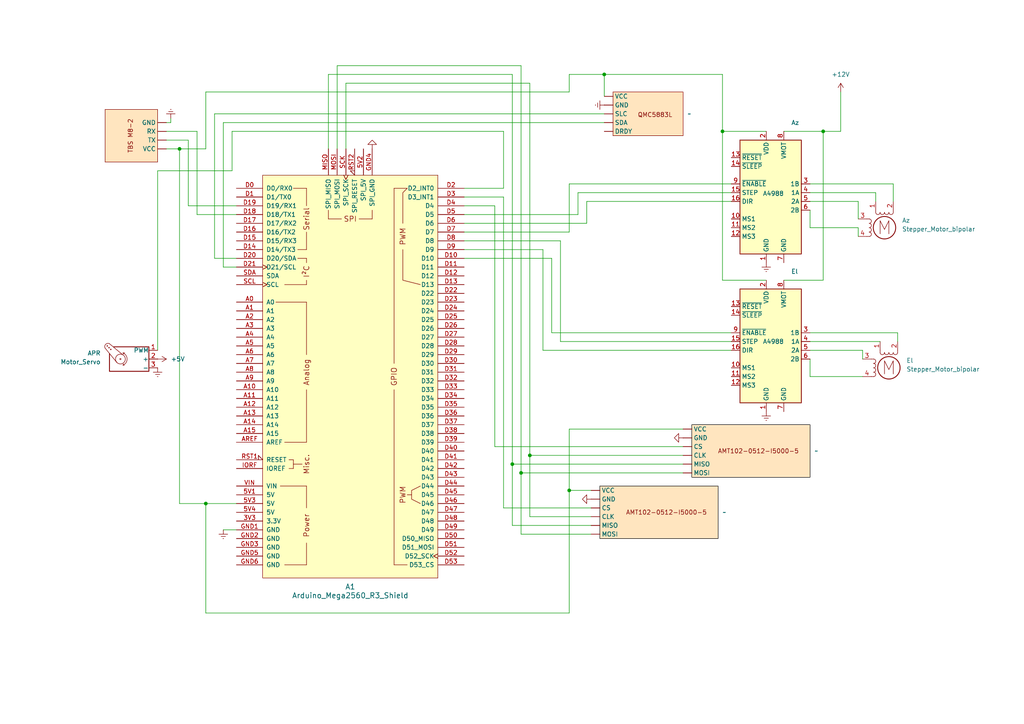
<source format=kicad_sch>
(kicad_sch (version 20250114) (generator "eeschema") (generator_version "9.0")
  (paper "A4")
  (title_block (title "AMSTS v2") (date "2025-12-29") (rev "MS"))
  (lib_symbols
    (symbol "AMT22_1"
      (symbol "AMT22_1_1_1"
        (rectangle (start -29.21 6.35) (end 5.08 -8.89) (stroke (width 0) (color 0 0 0 1)) (fill (type color) (color 255 229 191 1)))
        (text "AMT102-0512-I5000-5" (at -9.906 -1.27 0) (effects (font (size 1.27 1.27))))
        (pin power_in line (at -31.75 5.08 0) (length 2.54) (name "VCC") (number ""))
        (pin power_in line (at -31.75 2.54 0) (length 2.54) (name "GND") (number ""))
        (pin input line (at -31.75 0 0) (length 2.54) (name "CS") (number ""))
        (pin input line (at -31.75 -2.54 0) (length 2.54) (name "CLK") (number ""))
        (pin output line (at -31.75 -5.08 0) (length 2.54) (name "MISO") (number ""))
        (pin input line (at -31.75 -7.62 0) (length 2.54) (name "MOSI") (number ""))
      )
    )
    (symbol "Driver_Motor:Pololu_Breakout_A4988"
      (property "Reference" "A" (at -2.54 19.05 0))
      (property "Value" "Pololu_Breakout_A4988" (at -2.54 16.51 0))
      (symbol "Pololu_Breakout_A4988_0_1"
        (rectangle (start 10.16 -17.78) (end -7.62 15.24) (stroke (width 0.254)) (fill (type background)))
      )
      (symbol "Pololu_Breakout_A4988_1_1"
        (pin input line (at -10.16 10.16 0) (length 2.54) (name "~{RESET}") (number "13"))
        (pin input line (at -10.16 7.62 0) (length 2.54) (name "~{SLEEP}") (number "14"))
        (pin input line (at -10.16 2.54 0) (length 2.54) (name "~{ENABLE}") (number "9"))
        (pin input line (at -10.16 0 0) (length 2.54) (name "STEP") (number "15"))
        (pin input line (at -10.16 -2.54 0) (length 2.54) (name "DIR") (number "16"))
        (pin input line (at -10.16 -7.62 0) (length 2.54) (name "MS1") (number "10"))
        (pin input line (at -10.16 -10.16 0) (length 2.54) (name "MS2") (number "11"))
        (pin input line (at -10.16 -12.7 0) (length 2.54) (name "MS3") (number "12"))
        (pin power_in line (at 0 17.78 270) (length 2.54) (name "VDD") (number "2"))
        (pin power_in line (at 0 -20.32 90) (length 2.54) (name "GND") (number "1"))
        (pin power_in line (at 5.08 17.78 270) (length 2.54) (name "VMOT") (number "8"))
        (pin power_in line (at 5.08 -20.32 90) (length 2.54) (name "GND") (number "7"))
        (pin output line (at 12.7 2.54 180) (length 2.54) (name "1B") (number "3"))
        (pin output line (at 12.7 0 180) (length 2.54) (name "1A") (number "4"))
        (pin output line (at 12.7 -2.54 180) (length 2.54) (name "2A") (number "5"))
        (pin output line (at 12.7 -5.08 180) (length 2.54) (name "2B") (number "6"))
      )
    )
    (symbol "Motor:Motor_Servo" (pin_names (offset 0.0254))
      (property "Reference" "M" (at -5.08 4.445 0))
      (property "Value" "Motor_Servo" (at -5.08 -4.064 0))
      (symbol "Motor_Servo_0_1"
        (polyline (pts (xy 2.413 1.778) (xy 1.905 1.778)))
        (polyline (pts (xy 2.413 1.778) (xy 2.286 1.397)))
        (polyline (pts (xy 2.413 -1.778) (xy 2.032 -1.778)))
        (polyline (pts (xy 2.413 -1.778) (xy 2.286 -1.397)))
        (arc (start 2.413 -1.778) (mid 1.2406 0) (end 2.413 1.778))
        (circle (center 3.175 0) (radius 0.1778))
        (circle (center 3.175 0) (radius 1.4224))
        (polyline (pts (xy 5.08 3.556) (xy -5.08 3.556) (xy -5.08 -3.556) (xy 6.35 -3.556) (xy 6.35 1.524)) (stroke (width 0.254)))
        (circle (center 5.969 2.794) (radius 0.127))
        (polyline (pts (xy 6.35 4.445) (xy 2.54 1.27)))
        (circle (center 6.477 3.302) (radius 0.127))
        (arc (start 6.35 4.445) (mid 7.4487 4.2737) (end 7.62 3.175))
        (circle (center 6.985 3.81) (radius 0.127))
        (polyline (pts (xy 7.62 3.175) (xy 4.191 -1.016)))
      )
      (symbol "Motor_Servo_1_1"
        (pin passive line (at -7.62 2.54 0) (length 2.54) (name "PWM") (number "1"))
        (pin passive line (at -7.62 0 0) (length 2.54) (name "+") (number "2"))
        (pin passive line (at -7.62 -2.54 0) (length 2.54) (name "-") (number "3"))
      )
    )
    (symbol "Motor:Stepper_Motor_bipolar" (pin_names (offset 0) (hide yes))
      (property "Reference" "M" (at 3.81 2.54 0))
      (property "Value" "Stepper_Motor_bipolar" (at 3.81 1.27 0))
      (symbol "Stepper_Motor_bipolar_0_0"
        (polyline (pts (xy -1.27 -1.778) (xy -1.27 2.032) (xy 0 -0.508) (xy 1.27 2.032) (xy 1.27 -1.778)))
      )
      (symbol "Stepper_Motor_bipolar_0_1"
        (polyline (pts (xy -5.08 2.54) (xy -4.445 2.54)))
        (polyline (pts (xy -5.08 -2.54) (xy -4.445 -2.54)))
        (arc (start -4.445 2.54) (mid -3.8127 1.905) (end -4.445 1.27))
        (arc (start -4.445 1.27) (mid -3.8127 0.635) (end -4.445 0))
        (arc (start -4.445 0) (mid -3.8127 -0.635) (end -4.445 -1.27))
        (arc (start -4.445 -1.27) (mid -3.8127 -1.905) (end -4.445 -2.54))
        (polyline (pts (xy -2.54 5.08) (xy -2.54 4.445)))
        (arc (start -1.27 4.445) (mid -1.905 3.8127) (end -2.54 4.445))
        (arc (start 0 4.445) (mid -0.635 3.8127) (end -1.27 4.445))
        (circle (center 0 0) (radius 3.2512) (stroke (width 0.254)))
        (arc (start 1.27 4.445) (mid 0.635 3.8127) (end 0 4.445))
        (arc (start 2.54 4.445) (mid 1.905 3.8127) (end 1.27 4.445))
        (polyline (pts (xy 2.54 5.08) (xy 2.54 4.445)))
      )
      (symbol "Stepper_Motor_bipolar_1_1"
        (pin passive line (at -7.62 2.54 0) (length 2.54) (name "~") (number "3"))
        (pin passive line (at -7.62 -2.54 0) (length 2.54) (name "~") (number "4"))
        (pin passive line (at -2.54 7.62 270) (length 2.54) (name "~") (number "1"))
        (pin passive line (at 2.54 7.62 270) (length 2.54) (name "-") (number "2"))
      )
    )
    (symbol "PCM_arduino-library:Arduino_Mega2560_R3_Shield" (pin_names (offset 1.016))
      (property "Reference" "A" (at 0 -62.23 0))
      (property "Value" "Arduino_Mega2560_R3_Shield" (at 0 -66.04 0))
      (symbol "Arduino_Mega2560_R3_Shield_0_0"
        (rectangle (start -25.4 -58.42) (end 25.4 58.42) (fill (type background)))
        (polyline (pts (xy -21.59 21.59) (xy -12.7 21.59)))
        (rectangle (start -20.32 -31.75) (end -12.7 -31.75))
        (rectangle (start -19.05 26.67) (end -12.7 26.67))
        (rectangle (start -19.05 -19.05) (end -12.7 -19.05))
        (rectangle (start -19.05 -54.61) (end -12.7 -54.61))
        (rectangle (start -17.78 -24.13) (end -16.51 -24.13))
        (rectangle (start -17.78 -26.67) (end -16.51 -26.67))
        (rectangle (start -16.51 54.61) (end -12.7 54.61))
        (rectangle (start -16.51 -24.13) (end -16.51 -26.67))
        (rectangle (start -16.51 -25.4) (end -13.97 -25.4))
        (rectangle (start -15.24 36.83) (end -12.7 36.83))
        (rectangle (start -15.24 34.29) (end -12.7 34.29))
        (rectangle (start -12.7 49.53) (end -12.7 54.61))
        (rectangle (start -12.7 41.91) (end -12.7 36.83))
        (rectangle (start -12.7 34.29) (end -12.7 33.02))
        (rectangle (start -12.7 26.67) (end -12.7 27.94))
        (polyline (pts (xy -12.7 6.35) (xy -12.7 21.59)))
        (polyline (pts (xy -12.7 -19.05) (xy -12.7 -3.81)))
        (rectangle (start -12.7 -31.75) (end -12.7 -38.1))
        (rectangle (start -12.7 -54.61) (end -12.7 -48.26))
        (rectangle (start -6.35 48.26) (end -6.35 45.72))
        (rectangle (start -2.54 45.72) (end -6.35 45.72))
        (rectangle (start 6.35 48.26) (end 6.35 45.72))
        (rectangle (start 6.35 45.72) (end 2.54 45.72))
        (polyline (pts (xy 12.7 54.61) (xy 16.51 54.61)))
        (polyline (pts (xy 12.7 -54.61) (xy 16.51 -54.61)))
        (polyline (pts (xy 15.24 44.45) (xy 15.24 53.34) (xy 16.51 54.61)))
        (polyline (pts (xy 15.24 36.83) (xy 15.24 27.94) (xy 20.32 26.67)))
        (polyline (pts (xy 17.78 -34.29) (xy 16.51 -34.29)))
        (polyline (pts (xy 20.32 -31.75) (xy 17.78 -33.02) (xy 17.78 -35.56) (xy 20.32 -36.83)))
        (text "Serial" (at -12.7 45.72 900) (effects (font (size 1.524 1.524))))
        (text "I²C" (at -12.7 30.48 900) (effects (font (size 1.524 1.524))))
        (text "Analog" (at -12.7 1.27 900) (effects (font (size 1.524 1.524))))
        (text "Misc." (at -12.7 -25.4 900) (effects (font (size 1.524 1.524))))
        (text "Power" (at -12.7 -43.18 900) (effects (font (size 1.524 1.524))))
        (text "SPI" (at 0 45.72 0) (effects (font (size 1.524 1.524))))
        (text "PWM" (at 15.24 40.64 900) (effects (font (size 1.524 1.524))))
        (text "PWM" (at 15.24 -34.29 900) (effects (font (size 1.524 1.524))))
      )
      (symbol "Arduino_Mega2560_R3_Shield_1_0"
        (rectangle (start 12.7 54.61) (end 12.7 3.81))
        (rectangle (start 12.7 -54.61) (end 12.7 -3.81))
        (text "GPIO" (at 12.7 0 900) (effects (font (size 1.524 1.524))))
      )
      (symbol "Arduino_Mega2560_R3_Shield_1_1"
        (pin bidirectional line (at -33.02 54.61 0) (length 7.62) (name "D0/RX0") (number "D0"))
        (pin bidirectional line (at -33.02 52.07 0) (length 7.62) (name "D1/TX0") (number "D1"))
        (pin bidirectional line (at -33.02 49.53 0) (length 7.62) (name "D19/RX1") (number "D19"))
        (pin bidirectional line (at -33.02 46.99 0) (length 7.62) (name "D18/TX1") (number "D18"))
        (pin bidirectional line (at -33.02 44.45 0) (length 7.62) (name "D17/RX2") (number "D17"))
        (pin bidirectional line (at -33.02 41.91 0) (length 7.62) (name "D16/TX2") (number "D16"))
        (pin bidirectional line (at -33.02 39.37 0) (length 7.62) (name "D15/RX3") (number "D15"))
        (pin bidirectional line (at -33.02 36.83 0) (length 7.62) (name "D14/TX3") (number "D14"))
        (pin bidirectional line (at -33.02 34.29 0) (length 7.62) (name "D20/SDA") (number "D20"))
        (pin bidirectional clock (at -33.02 31.75 0) (length 7.62) (name "D21/SCL") (number "D21"))
        (pin bidirectional line (at -33.02 29.21 0) (length 7.62) (name "SDA") (number "SDA"))
        (pin bidirectional clock (at -33.02 26.67 0) (length 7.62) (name "SCL") (number "SCL"))
        (pin bidirectional line (at -33.02 21.59 0) (length 7.62) (name "A0") (number "A0"))
        (pin bidirectional line (at -33.02 19.05 0) (length 7.62) (name "A1") (number "A1"))
        (pin bidirectional line (at -33.02 16.51 0) (length 7.62) (name "A2") (number "A2"))
        (pin bidirectional line (at -33.02 13.97 0) (length 7.62) (name "A3") (number "A3"))
        (pin bidirectional line (at -33.02 11.43 0) (length 7.62) (name "A4") (number "A4"))
        (pin bidirectional line (at -33.02 8.89 0) (length 7.62) (name "A5") (number "A5"))
        (pin bidirectional line (at -33.02 6.35 0) (length 7.62) (name "A6") (number "A6"))
        (pin bidirectional line (at -33.02 3.81 0) (length 7.62) (name "A7") (number "A7"))
        (pin bidirectional line (at -33.02 1.27 0) (length 7.62) (name "A8") (number "A8"))
        (pin bidirectional line (at -33.02 -1.27 0) (length 7.62) (name "A9") (number "A9"))
        (pin bidirectional line (at -33.02 -3.81 0) (length 7.62) (name "A10") (number "A10"))
        (pin bidirectional line (at -33.02 -6.35 0) (length 7.62) (name "A11") (number "A11"))
        (pin bidirectional line (at -33.02 -8.89 0) (length 7.62) (name "A12") (number "A12"))
        (pin bidirectional line (at -33.02 -11.43 0) (length 7.62) (name "A13") (number "A13"))
        (pin bidirectional line (at -33.02 -13.97 0) (length 7.62) (name "A14") (number "A14"))
        (pin bidirectional line (at -33.02 -16.51 0) (length 7.62) (name "A15") (number "A15"))
        (pin input line (at -33.02 -19.05 0) (length 7.62) (name "AREF") (number "AREF"))
        (pin open_collector input_low (at -33.02 -24.13 0) (length 7.62) (name "RESET") (number "RST1"))
        (pin output line (at -33.02 -26.67 0) (length 7.62) (name "IOREF") (number "IORF"))
        (pin power_in line (at -33.02 -31.75 0) (length 7.62) (name "VIN") (number "VIN"))
        (pin power_in line (at -33.02 -34.29 0) (length 7.62) (name "5V") (number "5V1"))
        (pin power_in line (at -33.02 -36.83 0) (length 7.62) (name "5V") (number "5V3"))
        (pin power_in line (at -33.02 -39.37 0) (length 7.62) (name "5V") (number "5V4"))
        (pin power_out line (at -33.02 -41.91 0) (length 7.62) (name "3.3V") (number "3V3"))
        (pin power_in line (at -33.02 -44.45 0) (length 7.62) (name "GND") (number "GND1"))
        (pin power_in line (at -33.02 -46.99 0) (length 7.62) (name "GND") (number "GND2"))
        (pin power_in line (at -33.02 -49.53 0) (length 7.62) (name "GND") (number "GND3"))
        (pin power_in line (at -33.02 -52.07 0) (length 7.62) (name "GND") (number "GND5"))
        (pin power_in line (at -33.02 -54.61 0) (length 7.62) (name "GND") (number "GND6"))
        (pin input line (at -6.35 66.04 270) (length 7.62) (name "SPI_MISO") (number "MISO"))
        (pin output line (at -3.81 66.04 270) (length 7.62) (name "SPI_MOSI") (number "MOSI"))
        (pin output clock (at -1.27 66.04 270) (length 7.62) (name "SPI_SCK") (number "SCK"))
        (pin open_collector input_low (at 1.27 66.04 270) (length 7.62) (name "SPI_RESET") (number "RST2"))
        (pin power_in line (at 3.81 66.04 270) (length 7.62) (name "SPI_5V") (number "5V2"))
        (pin power_in line (at 6.35 66.04 270) (length 7.62) (name "SPI_GND") (number "GND4"))
        (pin bidirectional line (at 33.02 54.61 180) (length 7.62) (name "D2_INT0") (number "D2"))
        (pin bidirectional line (at 33.02 52.07 180) (length 7.62) (name "D3_INT1") (number "D3"))
        (pin bidirectional line (at 33.02 49.53 180) (length 7.62) (name "D4") (number "D4"))
        (pin bidirectional line (at 33.02 46.99 180) (length 7.62) (name "D5") (number "D5"))
        (pin bidirectional line (at 33.02 44.45 180) (length 7.62) (name "D6") (number "D6"))
        (pin bidirectional line (at 33.02 41.91 180) (length 7.62) (name "D7") (number "D7"))
        (pin bidirectional line (at 33.02 39.37 180) (length 7.62) (name "D8") (number "D8"))
        (pin bidirectional line (at 33.02 36.83 180) (length 7.62) (name "D9") (number "D9"))
        (pin bidirectional line (at 33.02 34.29 180) (length 7.62) (name "D10") (number "D10"))
        (pin bidirectional line (at 33.02 31.75 180) (length 7.62) (name "D11") (number "D11"))
        (pin bidirectional line (at 33.02 29.21 180) (length 7.62) (name "D12") (number "D12"))
        (pin bidirectional line (at 33.02 26.67 180) (length 7.62) (name "D13") (number "D13"))
        (pin bidirectional line (at 33.02 24.13 180) (length 7.62) (name "D22") (number "D22"))
        (pin bidirectional line (at 33.02 21.59 180) (length 7.62) (name "D23") (number "D23"))
        (pin bidirectional line (at 33.02 19.05 180) (length 7.62) (name "D24") (number "D24"))
        (pin bidirectional line (at 33.02 16.51 180) (length 7.62) (name "D25") (number "D25"))
        (pin bidirectional line (at 33.02 13.97 180) (length 7.62) (name "D26") (number "D26"))
        (pin bidirectional line (at 33.02 11.43 180) (length 7.62) (name "D27") (number "D27"))
        (pin bidirectional line (at 33.02 8.89 180) (length 7.62) (name "D28") (number "D28"))
        (pin bidirectional line (at 33.02 6.35 180) (length 7.62) (name "D29") (number "D29"))
        (pin bidirectional line (at 33.02 3.81 180) (length 7.62) (name "D30") (number "D30"))
        (pin bidirectional line (at 33.02 1.27 180) (length 7.62) (name "D31") (number "D31"))
        (pin bidirectional line (at 33.02 -1.27 180) (length 7.62) (name "D32") (number "D32"))
        (pin bidirectional line (at 33.02 -3.81 180) (length 7.62) (name "D33") (number "D33"))
        (pin bidirectional line (at 33.02 -6.35 180) (length 7.62) (name "D34") (number "D34"))
        (pin bidirectional line (at 33.02 -8.89 180) (length 7.62) (name "D35") (number "D35"))
        (pin bidirectional line (at 33.02 -11.43 180) (length 7.62) (name "D36") (number "D36"))
        (pin bidirectional line (at 33.02 -13.97 180) (length 7.62) (name "D37") (number "D37"))
        (pin bidirectional line (at 33.02 -16.51 180) (length 7.62) (name "D38") (number "D38"))
        (pin bidirectional line (at 33.02 -19.05 180) (length 7.62) (name "D39") (number "D39"))
        (pin bidirectional line (at 33.02 -21.59 180) (length 7.62) (name "D40") (number "D40"))
        (pin bidirectional line (at 33.02 -24.13 180) (length 7.62) (name "D41") (number "D41"))
        (pin bidirectional line (at 33.02 -26.67 180) (length 7.62) (name "D42") (number "D42"))
        (pin bidirectional line (at 33.02 -29.21 180) (length 7.62) (name "D43") (number "D43"))
        (pin bidirectional line (at 33.02 -31.75 180) (length 7.62) (name "D44") (number "D44"))
        (pin bidirectional line (at 33.02 -34.29 180) (length 7.62) (name "D45") (number "D45"))
        (pin bidirectional line (at 33.02 -36.83 180) (length 7.62) (name "D46") (number "D46"))
        (pin bidirectional line (at 33.02 -39.37 180) (length 7.62) (name "D47") (number "D47"))
        (pin bidirectional line (at 33.02 -41.91 180) (length 7.62) (name "D48") (number "D48"))
        (pin bidirectional line (at 33.02 -44.45 180) (length 7.62) (name "D49") (number "D49"))
        (pin bidirectional line (at 33.02 -46.99 180) (length 7.62) (name "D50_MISO") (number "D50"))
        (pin bidirectional line (at 33.02 -49.53 180) (length 7.62) (name "D51_MOSI") (number "D51"))
        (pin bidirectional clock (at 33.02 -52.07 180) (length 7.62) (name "D52_SCK") (number "D52"))
        (pin bidirectional line (at 33.02 -54.61 180) (length 7.62) (name "D53_CS") (number "D53"))
      )
    )
    (symbol "my_symbols:AMT22"
      (symbol "AMT22_1_1"
        (rectangle (start -29.21 6.35) (end 5.08 -8.89) (stroke (width 0) (color 0 0 0 1)) (fill (type color) (color 255 229 191 1)))
        (text "AMT102-0512-I5000-5" (at -9.906 -1.27 0) (effects (font (size 1.27 1.27))))
        (pin power_in line (at -31.75 5.08 0) (length 2.54) (name "VCC") (number ""))
        (pin power_in line (at -31.75 2.54 0) (length 2.54) (name "GND") (number ""))
        (pin input line (at -31.75 0 0) (length 2.54) (name "CS") (number ""))
        (pin input line (at -31.75 -2.54 0) (length 2.54) (name "CLK") (number ""))
        (pin output line (at -31.75 -5.08 0) (length 2.54) (name "MISO") (number ""))
        (pin input line (at -31.75 -7.62 0) (length 2.54) (name "MOSI") (number ""))
      )
    )
    (symbol "my_symbols:QMC5883L"
      (symbol "QMC5883L_1_1"
        (rectangle (start -13.97 3.81) (end 6.35 -8.89) (fill (type color) (color 255 229 191 1)))
        (text "QMC5883L" (at -1.778 -2.794 0) (effects (font (size 1.27 1.27))))
        (pin power_in line (at -16.51 2.54 0) (length 2.54) (name "VCC") (number ""))
        (pin power_in line (at -16.51 0 0) (length 2.54) (name "GND") (number ""))
        (pin input line (at -16.51 -2.54 0) (length 2.54) (name "SLC") (number ""))
        (pin output line (at -16.51 -5.08 0) (length 2.54) (name "SDA") (number ""))
        (pin output line (at -16.51 -7.62 0) (length 2.54) (name "DRDY") (number ""))
      )
    )
    (symbol "my_symbols:TBS_M8-2"
      (symbol "TBS_M8-2_1_1"
        (rectangle (start -7.62 7.62) (end 7.62 -7.62) (fill (type color) (color 255 229 191 1)))
        (text "TBS M8-2" (at 0 -0.254 0) (effects (font (size 1.27 1.27))))
        (pin power_in line (at -3.81 10.16 270) (length 2.54) (name "GND") (number ""))
        (pin input line (at -1.27 10.16 270) (length 2.54) (name "RX") (number ""))
        (pin output line (at 1.27 10.16 270) (length 2.54) (name "TX") (number ""))
        (pin power_in line (at 3.81 10.16 270) (length 2.54) (name "VCC") (number ""))
      )
    )
    (symbol "power:+12V" (power) (pin_numbers (hide yes)) (pin_names (offset 0) (hide yes))
      (property "Value" "+12V" (at 0 3.556 0))
      (symbol "+12V_0_1"
        (polyline (pts (xy -0.762 1.27) (xy 0 2.54)))
        (polyline (pts (xy 0 2.54) (xy 0.762 1.27)))
        (polyline (pts (xy 0 0) (xy 0 2.54)))
      )
      (symbol "+12V_1_1"
        (pin power_in line (at 0 0 90) (length 0) (name "~") (number "1"))
      )
    )
    (symbol "power:+5V" (power) (pin_numbers (hide yes)) (pin_names (offset 0) (hide yes))
      (property "Value" "+5V" (at 0 3.556 0))
      (symbol "+5V_0_1"
        (polyline (pts (xy -0.762 1.27) (xy 0 2.54)))
        (polyline (pts (xy 0 2.54) (xy 0.762 1.27)))
        (polyline (pts (xy 0 0) (xy 0 2.54)))
      )
      (symbol "+5V_1_1"
        (pin power_in line (at 0 0 90) (length 0) (name "~") (number "1"))
      )
    )
    (symbol "power:Earth" (power) (pin_numbers (hide yes)) (pin_names (offset 0) (hide yes))
      (property "Value" "Earth" (at 0 -3.81 0))
      (symbol "Earth_0_1"
        (polyline (pts (xy -0.635 -1.905) (xy 0.635 -1.905)))
        (polyline (pts (xy -0.127 -2.54) (xy 0.127 -2.54)))
        (polyline (pts (xy 0 -1.27) (xy 0 0)))
        (polyline (pts (xy 1.27 -1.27) (xy -1.27 -1.27)))
      )
      (symbol "Earth_1_1"
        (pin power_in line (at 0 0 270) (length 0) (name "~") (number "1"))
      )
    )
    (symbol "power:GND" (power) (pin_numbers (hide yes)) (pin_names (offset 0) (hide yes))
      (property "Value" "GND" (at 0 -3.81 0))
      (symbol "GND_0_1"
        (polyline (pts (xy 0 0) (xy 0 -1.27) (xy 1.27 -1.27) (xy 0 -2.54) (xy -1.27 -1.27) (xy 0 -1.27)))
      )
      (symbol "GND_1_1"
        (pin power_in line (at 0 0 270) (length 0) (name "~") (number "1"))
      )
    )
  )
  (junction (at 153.67 132.08))
  (junction (at 209.55 38.1))
  (junction (at 148.59 134.62))
  (junction (at 52.07 43.18))
  (junction (at 165.1 142.24))
  (junction (at 175.26 21.59))
  (junction (at 151.13 137.16))
  (junction (at 59.69 146.05))
  (junction (at 238.76 38.1))
  (wire (pts (xy 167.64 62.23) (xy 167.64 55.88)))
  (wire (pts (xy 175.26 21.59) (xy 209.55 21.59)))
  (wire (pts (xy 45.72 49.53) (xy 67.31 49.53)))
  (wire (pts (xy 68.58 62.23) (xy 57.15 62.23)))
  (wire (pts (xy 171.45 152.4) (xy 148.59 152.4)))
  (wire (pts (xy 259.08 53.34) (xy 259.08 58.42)))
  (wire (pts (xy 148.59 152.4) (xy 148.59 134.62)))
  (wire (pts (xy 62.23 33.02) (xy 175.26 33.02)))
  (wire (pts (xy 260.35 96.52) (xy 260.35 99.06)))
  (wire (pts (xy 68.58 146.05) (xy 59.69 146.05)))
  (wire (pts (xy 209.55 38.1) (xy 222.25 38.1)))
  (wire (pts (xy 171.45 147.32) (xy 146.05 147.32)))
  (wire (pts (xy 209.55 21.59) (xy 209.55 38.1)))
  (wire (pts (xy 243.84 26.67) (xy 243.84 38.1)))
  (wire (pts (xy 49.53 35.56) (xy 49.53 34.29)))
  (wire (pts (xy 146.05 38.1) (xy 146.05 54.61)))
  (wire (pts (xy 238.76 38.1) (xy 243.84 38.1)))
  (wire (pts (xy 209.55 38.1) (xy 209.55 81.28)))
  (wire (pts (xy 148.59 134.62) (xy 148.59 21.59)))
  (wire (pts (xy 165.1 26.67) (xy 165.1 21.59)))
  (wire (pts (xy 57.15 62.23) (xy 57.15 38.1)))
  (wire (pts (xy 165.1 21.59) (xy 175.26 21.59)))
  (wire (pts (xy 54.61 59.69) (xy 54.61 40.64)))
  (wire (pts (xy 95.25 21.59) (xy 95.25 43.18)))
  (wire (pts (xy 59.69 26.67) (xy 165.1 26.67)))
  (wire (pts (xy 171.45 149.86) (xy 153.67 149.86)))
  (wire (pts (xy 165.1 142.24) (xy 165.1 124.46)))
  (wire (pts (xy 134.62 72.39) (xy 157.48 72.39)))
  (wire (pts (xy 234.95 99.06) (xy 255.27 99.06)))
  (wire (pts (xy 146.05 147.32) (xy 146.05 57.15)))
  (wire (pts (xy 59.69 177.8) (xy 165.1 177.8)))
  (wire (pts (xy 64.77 35.56) (xy 64.77 77.47)))
  (wire (pts (xy 165.1 53.34) (xy 212.09 53.34)))
  (wire (pts (xy 151.13 19.05) (xy 97.79 19.05)))
  (wire (pts (xy 134.62 74.93) (xy 160.02 74.93)))
  (wire (pts (xy 157.48 72.39) (xy 157.48 101.6)))
  (wire (pts (xy 234.95 109.22) (xy 250.19 109.22)))
  (wire (pts (xy 167.64 62.23) (xy 134.62 62.23)))
  (wire (pts (xy 48.26 40.64) (xy 54.61 40.64)))
  (wire (pts (xy 153.67 132.08) (xy 198.12 132.08)))
  (wire (pts (xy 170.18 58.42) (xy 212.09 58.42)))
  (wire (pts (xy 234.95 66.04) (xy 248.92 66.04)))
  (wire (pts (xy 143.51 129.54) (xy 143.51 59.69)))
  (wire (pts (xy 49.53 35.56) (xy 48.26 35.56)))
  (wire (pts (xy 62.23 74.93) (xy 68.58 74.93)))
  (wire (pts (xy 238.76 81.28) (xy 227.33 81.28)))
  (wire (pts (xy 234.95 58.42) (xy 248.92 58.42)))
  (wire (pts (xy 171.45 154.94) (xy 151.13 154.94)))
  (wire (pts (xy 48.26 43.18) (xy 52.07 43.18)))
  (wire (pts (xy 234.95 53.34) (xy 259.08 53.34)))
  (wire (pts (xy 248.92 66.04) (xy 248.92 68.58)))
  (wire (pts (xy 165.1 67.31) (xy 134.62 67.31)))
  (wire (pts (xy 151.13 137.16) (xy 151.13 154.94)))
  (wire (pts (xy 134.62 64.77) (xy 170.18 64.77)))
  (wire (pts (xy 100.33 24.13) (xy 153.67 24.13)))
  (wire (pts (xy 160.02 74.93) (xy 160.02 96.52)))
  (wire (pts (xy 250.19 101.6) (xy 250.19 104.14)))
  (wire (pts (xy 254 55.88) (xy 254 58.42)))
  (wire (pts (xy 100.33 43.18) (xy 100.33 24.13)))
  (wire (pts (xy 212.09 55.88) (xy 167.64 55.88)))
  (wire (pts (xy 153.67 132.08) (xy 153.67 149.86)))
  (wire (pts (xy 67.31 38.1) (xy 146.05 38.1)))
  (wire (pts (xy 62.23 33.02) (xy 62.23 74.93)))
  (wire (pts (xy 59.69 146.05) (xy 59.69 177.8)))
  (wire (pts (xy 153.67 24.13) (xy 153.67 132.08)))
  (wire (pts (xy 209.55 81.28) (xy 222.25 81.28)))
  (wire (pts (xy 64.77 77.47) (xy 68.58 77.47)))
  (wire (pts (xy 175.26 21.59) (xy 175.26 27.94)))
  (wire (pts (xy 57.15 38.1) (xy 48.26 38.1)))
  (wire (pts (xy 134.62 59.69) (xy 143.51 59.69)))
  (wire (pts (xy 234.95 96.52) (xy 260.35 96.52)))
  (wire (pts (xy 198.12 129.54) (xy 143.51 129.54)))
  (wire (pts (xy 52.07 43.18) (xy 59.69 43.18)))
  (wire (pts (xy 165.1 124.46) (xy 198.12 124.46)))
  (wire (pts (xy 238.76 38.1) (xy 238.76 81.28)))
  (wire (pts (xy 198.12 137.16) (xy 151.13 137.16)))
  (wire (pts (xy 170.18 64.77) (xy 170.18 58.42)))
  (wire (pts (xy 234.95 60.96) (xy 234.95 66.04)))
  (wire (pts (xy 234.95 55.88) (xy 254 55.88)))
  (wire (pts (xy 234.95 104.14) (xy 234.95 109.22)))
  (wire (pts (xy 160.02 96.52) (xy 212.09 96.52)))
  (wire (pts (xy 146.05 57.15) (xy 134.62 57.15)))
  (wire (pts (xy 162.56 99.06) (xy 162.56 69.85)))
  (wire (pts (xy 151.13 137.16) (xy 151.13 19.05)))
  (wire (pts (xy 64.77 35.56) (xy 175.26 35.56)))
  (wire (pts (xy 67.31 49.53) (xy 67.31 38.1)))
  (wire (pts (xy 148.59 21.59) (xy 95.25 21.59)))
  (wire (pts (xy 248.92 58.42) (xy 248.92 63.5)))
  (wire (pts (xy 45.72 101.6) (xy 45.72 49.53)))
  (wire (pts (xy 148.59 134.62) (xy 198.12 134.62)))
  (wire (pts (xy 165.1 177.8) (xy 165.1 142.24)))
  (wire (pts (xy 146.05 54.61) (xy 134.62 54.61)))
  (wire (pts (xy 68.58 59.69) (xy 54.61 59.69)))
  (wire (pts (xy 68.58 153.67) (xy 64.77 153.67)))
  (wire (pts (xy 234.95 101.6) (xy 250.19 101.6)))
  (wire (pts (xy 97.79 19.05) (xy 97.79 43.18)))
  (wire (pts (xy 52.07 43.18) (xy 52.07 146.05)))
  (wire (pts (xy 227.33 38.1) (xy 238.76 38.1)))
  (wire (pts (xy 134.62 69.85) (xy 162.56 69.85)))
  (wire (pts (xy 157.48 101.6) (xy 212.09 101.6)))
  (wire (pts (xy 59.69 43.18) (xy 59.69 26.67)))
  (wire (pts (xy 52.07 146.05) (xy 59.69 146.05)))
  (wire (pts (xy 212.09 99.06) (xy 162.56 99.06)))
  (wire (pts (xy 165.1 142.24) (xy 171.45 142.24)))
  (wire (pts (xy 165.1 53.34) (xy 165.1 67.31)))
  (symbol (lib_id "PCM_arduino-library:Arduino_Mega2560_R3_Shield") (at 101.6 109.22 0) (unit 1)
    (property "Reference" "A1" (at 101.6 170.18 0) (effects (font (size 1.524 1.524))))
    (property "Value" "Arduino_Mega2560_R3_Shield" (at 101.6 172.72 0) (effects (font (size 1.524 1.524))))
    (property "Footprint" "PCM_arduino-library:Arduino_Mega2560_R3_Shield" (effects (hide yes)))
    (property "Datasheet" "https://docs.arduino.cc/hardware/mega-2560" (effects (hide yes)))
    (property "Description" "Shield for Arduino Mega 2560 R3" (effects (hide yes)))
  )
  (symbol (lib_id "power:GND") (at 171.45 144.78 270) (unit 1)
    (property "Reference" "#PWR03" (effects (hide yes)))
    (property "Value" "GND" (effects (hide yes)))
    (property "Description" "Power symbol creates a global label with name \"GND\" , ground" (effects (hide yes)))
  )
  (symbol (lib_id "power:Earth") (at 49.53 34.29 0) (mirror x) (unit 1)
    (property "Reference" "#PWR01" (effects (hide yes)))
    (property "Value" "Earth" (effects (hide yes)))
    (property "Description" "Power symbol creates a global label with name \"Earth\"" (effects (hide yes)))
  )
  (symbol (lib_id "power:+5V") (at 45.72 104.14 270) (unit 1)
    (property "Reference" "#PWR011" (effects (hide yes)))
    (property "Value" "+5V" (at 49.53 104.1399 90) (effects (justify left)))
    (property "Description" "Power symbol creates a global label with name \"+5V\"" (effects (hide yes)))
  )
  (symbol (lib_id "power:Earth") (at 175.26 30.48 270) (unit 1)
    (property "Reference" "#PWR07" (effects (hide yes)))
    (property "Value" "Earth" (effects (hide yes)))
    (property "Description" "Power symbol creates a global label with name \"Earth\"" (effects (hide yes)))
  )
  (symbol (lib_id "my_symbols:QMC5883L") (at 191.77 30.48 0) (unit 1)
    (property "Reference" "U4" (effects (hide yes)))
    (property "Value" "~" (at 199.39 33.0199 0) (effects (justify left)))
  )
  (symbol (lib_id "my_symbols:AMT22") (at 203.2 147.32 0) (unit 1)
    (property "Reference" "U2" (effects (hide yes)))
    (property "Value" "~" (at 209.55 148.5899 0) (effects (justify left)))
  )
  (symbol (lib_id "Motor:Stepper_Motor_bipolar") (at 256.54 66.04 0) (unit 1)
    (property "Reference" "Az" (at 261.62 63.919 0) (effects (justify left)))
    (property "Value" "Stepper_Motor_bipolar" (at 261.62 66.459 0) (effects (justify left)))
    (property "Datasheet" "http://www.infineon.com/dgdl/Application-Note-TLE8110EE_driving_UniPolarStepperMotor_V1.1.pdf?fileId=db3a30431be39b97011be5d0aa0a00b0" (effects (hide yes)))
    (property "Description" "4-wire bipolar stepper motor" (effects (hide yes)))
  )
  (symbol (lib_id "power:GND") (at 107.95 43.18 180) (unit 1)
    (property "Reference" "#PWR08" (effects (hide yes)))
    (property "Value" "GND" (effects (hide yes)))
    (property "Description" "Power symbol creates a global label with name \"GND\" , ground" (effects (hide yes)))
  )
  (symbol (lib_id "power:+12V") (at 243.84 26.67 0) (unit 1)
    (property "Reference" "#PWR09" (effects (hide yes)))
    (property "Value" "+12V" (at 243.84 21.59 0))
    (property "Description" "Power symbol creates a global label with name \"+12V\"" (effects (hide yes)))
  )
  (symbol (lib_id "power:Earth") (at 45.72 106.68 0) (unit 1)
    (property "Reference" "#PWR010" (effects (hide yes)))
    (property "Value" "Earth" (effects (hide yes)))
    (property "Description" "Power symbol creates a global label with name \"Earth\"" (effects (hide yes)))
  )
  (symbol (lib_id "power:Earth") (at 64.77 153.67 0) (unit 1)
    (property "Reference" "#PWR02" (effects (hide yes)))
    (property "Value" "Earth" (effects (hide yes)))
    (property "Description" "Power symbol creates a global label with name \"Earth\"" (effects (hide yes)))
  )
  (symbol (lib_id "Driver_Motor:Pololu_Breakout_A4988") (at 222.25 55.88 0) (unit 1)
    (property "Reference" "Az" (at 229.4733 35.56 0) (effects (justify left)))
    (property "Value" "A4988" (at 221.234 56.134 0) (effects (justify left)))
    (property "Footprint" "Module:Pololu_Breakout-16_15.2x20.3mm" (effects (hide yes)))
    (property "Datasheet" "https://www.pololu.com/product/2980/pictures" (effects (hide yes)))
    (property "Description" "Pololu Breakout Board, Stepper Driver A4988" (effects (hide yes)))
  )
  (symbol (lib_id "power:Earth") (at 222.25 119.38 0) (unit 1)
    (property "Reference" "#PWR05" (effects (hide yes)))
    (property "Value" "Earth" (effects (hide yes)))
    (property "Description" "Power symbol creates a global label with name \"Earth\"" (effects (hide yes)))
  )
  (symbol (lib_id "Motor:Stepper_Motor_bipolar") (at 257.81 106.68 0) (unit 1)
    (property "Reference" "El" (at 262.89 104.559 0) (effects (justify left)))
    (property "Value" "Stepper_Motor_bipolar" (at 262.89 107.099 0) (effects (justify left)))
    (property "Datasheet" "http://www.infineon.com/dgdl/Application-Note-TLE8110EE_driving_UniPolarStepperMotor_V1.1.pdf?fileId=db3a30431be39b97011be5d0aa0a00b0" (effects (hide yes)))
    (property "Description" "4-wire bipolar stepper motor" (effects (hide yes)))
  )
  (symbol (lib_id "power:Earth") (at 222.25 76.2 0) (unit 1)
    (property "Reference" "#PWR06" (effects (hide yes)))
    (property "Value" "Earth" (effects (hide yes)))
    (property "Description" "Power symbol creates a global label with name \"Earth\"" (effects (hide yes)))
  )
  (symbol (lib_id "Driver_Motor:Pololu_Breakout_A4988") (at 222.25 99.06 0) (unit 1)
    (property "Reference" "El" (at 229.4733 78.74 0) (effects (justify left)))
    (property "Value" "A4988" (at 221.234 99.06 0) (effects (justify left)))
    (property "Footprint" "Module:Pololu_Breakout-16_15.2x20.3mm" (effects (hide yes)))
    (property "Datasheet" "https://www.pololu.com/product/2980/pictures" (effects (hide yes)))
    (property "Description" "Pololu Breakout Board, Stepper Driver A4988" (effects (hide yes)))
  )
  (symbol (lib_id "Motor:Motor_Servo") (at 38.1 104.14 0) (mirror y) (unit 1)
    (property "Reference" "APR" (at 29.21 102.4368 0) (effects (justify left)))
    (property "Value" "Motor_Servo" (at 29.21 104.9768 0) (effects (justify left)))
    (property "Datasheet" "http://forums.parallax.com/uploads/attachments/46831/74481.png" (effects (hide yes)))
    (property "Description" "Servo Motor (Futaba, HiTec, JR connector)" (effects (hide yes)))
  )
  (symbol (lib_id "power:GND") (at 198.12 127 270) (unit 1)
    (property "Reference" "#PWR04" (effects (hide yes)))
    (property "Value" "GND" (effects (hide yes)))
    (property "Description" "Power symbol creates a global label with name \"GND\" , ground" (effects (hide yes)))
  )
  (symbol (lib_id "my_symbols:TBS_M8-2") (at 38.1 39.37 270) (unit 1)
    (property "Reference" "U1" (effects (hide yes)))
  )
  (symbol (lib_name "AMT22_1") (lib_id "my_symbols:AMT22") (at 229.87 129.54 0) (unit 1)
    (property "Reference" "U3" (effects (hide yes)))
    (property "Value" "~" (at 236.22 130.8099 0) (effects (justify left)))
  )
)
</source>
